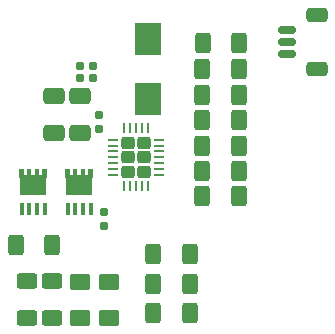
<source format=gbr>
%TF.GenerationSoftware,KiCad,Pcbnew,6.0.10-86aedd382b~118~ubuntu20.04.1*%
%TF.CreationDate,2022-12-20T17:41:16+01:00*%
%TF.ProjectId,DC_UPS,44435f55-5053-42e6-9b69-6361645f7063,rev?*%
%TF.SameCoordinates,Original*%
%TF.FileFunction,Paste,Top*%
%TF.FilePolarity,Positive*%
%FSLAX46Y46*%
G04 Gerber Fmt 4.6, Leading zero omitted, Abs format (unit mm)*
G04 Created by KiCad (PCBNEW 6.0.10-86aedd382b~118~ubuntu20.04.1) date 2022-12-20 17:41:16*
%MOMM*%
%LPD*%
G01*
G04 APERTURE LIST*
G04 Aperture macros list*
%AMRoundRect*
0 Rectangle with rounded corners*
0 $1 Rounding radius*
0 $2 $3 $4 $5 $6 $7 $8 $9 X,Y pos of 4 corners*
0 Add a 4 corners polygon primitive as box body*
4,1,4,$2,$3,$4,$5,$6,$7,$8,$9,$2,$3,0*
0 Add four circle primitives for the rounded corners*
1,1,$1+$1,$2,$3*
1,1,$1+$1,$4,$5*
1,1,$1+$1,$6,$7*
1,1,$1+$1,$8,$9*
0 Add four rect primitives between the rounded corners*
20,1,$1+$1,$2,$3,$4,$5,0*
20,1,$1+$1,$4,$5,$6,$7,0*
20,1,$1+$1,$6,$7,$8,$9,0*
20,1,$1+$1,$8,$9,$2,$3,0*%
%AMFreePoly0*
4,1,21,1.372500,0.787500,0.862500,0.787500,0.862500,0.532500,1.372500,0.532500,1.372500,0.127500,0.862500,0.127500,0.862500,-0.127500,1.372500,-0.127500,1.372500,-0.532500,0.862500,-0.532500,0.862500,-0.787500,1.372500,-0.787500,1.372500,-1.195000,0.612500,-1.195000,0.612500,-1.117500,-0.862500,-1.117500,-0.862500,1.117500,0.612500,1.117500,0.612500,1.195000,1.372500,1.195000,
1.372500,0.787500,1.372500,0.787500,$1*%
G04 Aperture macros list end*
%ADD10RoundRect,0.250000X0.400000X0.625000X-0.400000X0.625000X-0.400000X-0.625000X0.400000X-0.625000X0*%
%ADD11RoundRect,0.250000X-0.400000X-0.625000X0.400000X-0.625000X0.400000X0.625000X-0.400000X0.625000X0*%
%ADD12RoundRect,0.250000X-0.325000X-0.275000X0.325000X-0.275000X0.325000X0.275000X-0.325000X0.275000X0*%
%ADD13RoundRect,0.062500X-0.362500X-0.062500X0.362500X-0.062500X0.362500X0.062500X-0.362500X0.062500X0*%
%ADD14RoundRect,0.062500X-0.062500X-0.362500X0.062500X-0.362500X0.062500X0.362500X-0.062500X0.362500X0*%
%ADD15R,2.200000X2.700000*%
%ADD16R,0.405000X0.990000*%
%ADD17FreePoly0,90.000000*%
%ADD18RoundRect,0.250000X0.650000X-0.412500X0.650000X0.412500X-0.650000X0.412500X-0.650000X-0.412500X0*%
%ADD19RoundRect,0.250000X-0.625000X0.400000X-0.625000X-0.400000X0.625000X-0.400000X0.625000X0.400000X0*%
%ADD20RoundRect,0.150000X-0.625000X0.150000X-0.625000X-0.150000X0.625000X-0.150000X0.625000X0.150000X0*%
%ADD21RoundRect,0.250000X-0.650000X0.350000X-0.650000X-0.350000X0.650000X-0.350000X0.650000X0.350000X0*%
%ADD22RoundRect,0.155000X0.212500X0.155000X-0.212500X0.155000X-0.212500X-0.155000X0.212500X-0.155000X0*%
%ADD23RoundRect,0.250001X-0.624999X0.462499X-0.624999X-0.462499X0.624999X-0.462499X0.624999X0.462499X0*%
%ADD24RoundRect,0.155000X0.155000X-0.212500X0.155000X0.212500X-0.155000X0.212500X-0.155000X-0.212500X0*%
%ADD25RoundRect,0.155000X-0.155000X0.212500X-0.155000X-0.212500X0.155000X-0.212500X0.155000X0.212500X0*%
G04 APERTURE END LIST*
D10*
%TO.C,R_{pf}1*%
X52450000Y-37750000D03*
X49350000Y-37750000D03*
%TD*%
D11*
%TO.C,R5*%
X45200000Y-53750000D03*
X48300000Y-53750000D03*
%TD*%
%TO.C,R4*%
X45200000Y-51250000D03*
X48300000Y-51250000D03*
%TD*%
D12*
%TO.C,U1*%
X44410000Y-41830000D03*
X43090000Y-43050000D03*
X44410000Y-43050000D03*
X43090000Y-44270000D03*
X44410000Y-44270000D03*
X43090000Y-41830000D03*
D13*
X41800000Y-41550000D03*
X41800000Y-42050000D03*
X41800000Y-42550000D03*
X41800000Y-43050000D03*
X41800000Y-43550000D03*
X41800000Y-44050000D03*
X41800000Y-44550000D03*
D14*
X42750000Y-45500000D03*
X43250000Y-45500000D03*
X43750000Y-45500000D03*
X44250000Y-45500000D03*
X44750000Y-45500000D03*
D13*
X45700000Y-44550000D03*
X45700000Y-44050000D03*
X45700000Y-43550000D03*
X45700000Y-43050000D03*
X45700000Y-42550000D03*
X45700000Y-42050000D03*
X45700000Y-41550000D03*
D14*
X44750000Y-40600000D03*
X44250000Y-40600000D03*
X43750000Y-40600000D03*
X43250000Y-40600000D03*
X42750000Y-40600000D03*
%TD*%
D15*
%TO.C,L1*%
X44750000Y-38100000D03*
X44750000Y-33000000D03*
%TD*%
D16*
%TO.C,Q1*%
X37944891Y-47389374D03*
X38604891Y-47389374D03*
X39264891Y-47389374D03*
X39924891Y-47389374D03*
D17*
X38934891Y-45396874D03*
%TD*%
D18*
%TO.C,C5*%
X39000000Y-40950000D03*
X39000000Y-37825000D03*
%TD*%
D11*
%TO.C,R_Prog1*%
X49400000Y-33400000D03*
X52500000Y-33400000D03*
%TD*%
D10*
%TO.C,R_{fb}1*%
X52454498Y-42059157D03*
X49354498Y-42059157D03*
%TD*%
D19*
%TO.C,R3*%
X36640000Y-53520000D03*
X36640000Y-56620000D03*
%TD*%
D10*
%TO.C,R_{sense}1*%
X36650000Y-50450000D03*
X33550000Y-50450000D03*
%TD*%
D19*
%TO.C,R2*%
X34470000Y-53520000D03*
X34470000Y-56620000D03*
%TD*%
D20*
%TO.C,J4*%
X56505000Y-32270000D03*
X56505000Y-33270000D03*
X56505000Y-34270000D03*
D21*
X59030000Y-35570000D03*
X59030000Y-30970000D03*
%TD*%
D11*
%TO.C,R_{fb}2*%
X49350000Y-39900000D03*
X52450000Y-39900000D03*
%TD*%
D22*
%TO.C,C2*%
X40135000Y-35300000D03*
X39000000Y-35300000D03*
%TD*%
D23*
%TO.C,D2*%
X39010000Y-53645000D03*
X39010000Y-56620000D03*
%TD*%
D16*
%TO.C,Q2*%
X34060000Y-47389374D03*
X34720000Y-47389374D03*
X35380000Y-47389374D03*
X36040000Y-47389374D03*
D17*
X35050000Y-45396874D03*
%TD*%
D24*
%TO.C,C4*%
X40600000Y-40617500D03*
X40600000Y-39482500D03*
%TD*%
D11*
%TO.C,R6*%
X45200000Y-56250000D03*
X48300000Y-56250000D03*
%TD*%
D23*
%TO.C,D1*%
X41430000Y-53645000D03*
X41430000Y-56620000D03*
%TD*%
D11*
%TO.C,R_{pf}2*%
X49350000Y-35600000D03*
X52450000Y-35600000D03*
%TD*%
D22*
%TO.C,C3*%
X40135000Y-36350000D03*
X39000000Y-36350000D03*
%TD*%
D10*
%TO.C,R1*%
X52450000Y-46350000D03*
X49350000Y-46350000D03*
%TD*%
D18*
%TO.C,C6*%
X36800000Y-40950000D03*
X36800000Y-37825000D03*
%TD*%
D10*
%TO.C,R_{BIAS}1*%
X52450000Y-44200000D03*
X49350000Y-44200000D03*
%TD*%
D25*
%TO.C,C1*%
X41050000Y-47715000D03*
X41050000Y-48850000D03*
%TD*%
M02*

</source>
